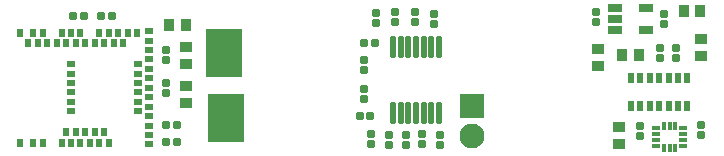
<source format=gts>
G04 Layer: TopSolderMaskLayer*
G04 EasyEDA Pro v2.2.45.4, 2026-01-24 23:10:09*
G04 Gerber Generator version 0.3*
G04 Scale: 100 percent, Rotated: No, Reflected: No*
G04 Dimensions in millimeters*
G04 Leading zeros omitted, absolute positions, 4 integers and 5 decimals*
G04 Generated by one-click*
%FSLAX45Y45*%
%MOMM*%
%AMRoundRect*1,1,$1,$2,$3*1,1,$1,$4,$5*1,1,$1,0-$2,0-$3*1,1,$1,0-$4,0-$5*20,1,$1,$2,$3,$4,$5,0*20,1,$1,$4,$5,0-$2,0-$3,0*20,1,$1,0-$2,0-$3,0-$4,0-$5,0*20,1,$1,0-$4,0-$5,$2,$3,0*4,1,4,$2,$3,$4,$5,0-$2,0-$3,0-$4,0-$5,$2,$3,0*%
%ADD10RoundRect,0.09131X-0.45514X-0.40514X-0.45514X0.40514*%
%ADD11RoundRect,0.09131X-0.40514X0.45514X0.40514X0.45514*%
%ADD12RoundRect,0.09691X-1.00234X-1.00234X-1.00234X1.00234*%
%ADD13C,2.1016*%
%ADD14RoundRect,0.09131X-0.40514X0.43715X0.40514X0.43715*%
%ADD15RoundRect,0.08184X-0.1841X-0.3841X-0.1841X0.3841*%
%ADD16RoundRect,0.07979X-0.31091X0.14591X0.31091X0.14591*%
%ADD17RoundRect,0.07979X-0.14591X0.31091X0.14591X0.31091*%
%ADD18RoundRect,0.0823X-0.20856X0.85855X0.20856X0.85855*%
%ADD19RoundRect,0.08449X-0.20856X0.85855X0.20856X0.85855*%
%ADD20RoundRect,0.08875X-0.55642X0.30643X0.55642X0.30643*%
%ADD21RoundRect,0.08335X-0.20834X0.30834X0.20834X0.30834*%
%ADD22RoundRect,0.08335X-0.20834X-0.30834X-0.20834X0.30834*%
%ADD23RoundRect,0.08335X-0.30834X-0.20834X-0.30834X0.20834*%
%ADD24RoundRect,0.08692X-0.27734X-0.25734X-0.27734X0.25734*%
%ADD25RoundRect,0.08692X-0.25734X0.27734X0.25734X0.27734*%
%ADD26RoundRect,0.08771X-0.28977X0.27695X0.28977X0.27695*%
%ADD27RoundRect,0.08771X-0.27695X-0.28977X-0.27695X0.28977*%
%ADD28RoundRect,0.09838X-1.50161X-2.00161X-1.50161X2.00161*%
G75*


G04 Pad Start*
G54D10*
G01X9664700Y3435198D03*
G01X9664700Y3575202D03*
G54D11*
G01X10534802Y3898900D03*
G01X10394798Y3898900D03*
G54D10*
G01X10541000Y3664102D03*
G01X10541000Y3524098D03*
G54D11*
G01X9874098Y3530600D03*
G01X10014102Y3530600D03*
G54D10*
G01X6178702Y3264205D03*
G01X6178702Y3124200D03*
G01X6178702Y3594100D03*
G01X6178702Y3454095D03*
G54D12*
G01X8597900Y3098800D03*
G54D13*
G01X8597900Y2844800D03*
G54D14*
G01X6178690Y3784600D03*
G01X6038710Y3784600D03*
G54D15*
G01X10425405Y3333102D03*
G01X10345395Y3333102D03*
G01X10265385Y3333102D03*
G01X10185400Y3333102D03*
G01X10105390Y3333102D03*
G01X10025380Y3333102D03*
G01X9945395Y3333102D03*
G01X10425379Y3093098D03*
G01X10345395Y3093098D03*
G01X10265385Y3093098D03*
G01X10185400Y3093098D03*
G01X10105390Y3093098D03*
G01X10025405Y3093098D03*
G01X9945395Y3093098D03*
G54D16*
G01X10391297Y2757107D03*
G01X10391297Y2807119D03*
G01X10391297Y2857106D03*
G01X10391297Y2907119D03*
G54D17*
G01X10324277Y2924101D03*
G01X10274290Y2924101D03*
G01X10224277Y2924101D03*
G54D16*
G01X10157303Y2907119D03*
G01X10157303Y2857106D03*
G01X10157303Y2807119D03*
G01X10157303Y2757107D03*
G54D17*
G01X10224277Y2740099D03*
G01X10274290Y2740099D03*
G01X10324277Y2740099D03*
G54D19*
G01X7933004Y3034690D03*
G01X7998003Y3034690D03*
G01X8063001Y3034690D03*
G01X8128000Y3034690D03*
G01X8192999Y3034690D03*
G01X8257997Y3034690D03*
G01X8322996Y3034690D03*
G01X8322996Y3594710D03*
G01X8257997Y3594710D03*
G01X8192999Y3594710D03*
G01X8128000Y3594710D03*
G01X8063001Y3594710D03*
G01X7998003Y3594710D03*
G01X7933004Y3594710D03*
G54D20*
G01X10074110Y3930396D03*
G01X10074110Y3740404D03*
G01X9814090Y3740404D03*
G01X9814090Y3835400D03*
G01X9814090Y3930396D03*
G54D21*
G01X4776292Y2786190D03*
G54D22*
G01X4886300Y2786190D03*
G01X4966310Y2786190D03*
G01X5126304Y2786190D03*
G01X5166309Y2876182D03*
G01X5206289Y2786190D03*
G01X5246294Y2876182D03*
G01X5286299Y2786190D03*
G01X5326304Y2876182D03*
G01X5366309Y2786190D03*
G01X5406314Y2876182D03*
G01X5446293Y2786190D03*
G01X5486298Y2876182D03*
G01X5526303Y2786190D03*
G54D23*
G01X5866308Y2771204D03*
G01X5866308Y2851188D03*
G01X5866308Y2931198D03*
G01X5866308Y3011183D03*
G01X5776290Y3051188D03*
G01X5866308Y3091193D03*
G01X5776290Y3131198D03*
G01X5866308Y3171203D03*
G01X5776290Y3211182D03*
G01X5866308Y3251187D03*
G01X5776290Y3291192D03*
G01X5866308Y3331197D03*
G01X5776290Y3371202D03*
G01X5866308Y3411207D03*
G01X5776290Y3451187D03*
G01X5866308Y3491192D03*
G01X5866308Y3571202D03*
G01X5866308Y3651187D03*
G01X5866308Y3731197D03*
G54D22*
G01X5766308Y3716185D03*
G01X5686298Y3716185D03*
G01X5646293Y3626193D03*
G01X5606313Y3716185D03*
G01X5566308Y3626193D03*
G01X5526303Y3716185D03*
G01X5486298Y3626193D03*
G01X5446293Y3716185D03*
G01X5406288Y3626193D03*
G01X5326304Y3626193D03*
G01X5286299Y3716185D03*
G01X5246294Y3626193D03*
G01X5206289Y3716185D03*
G01X5166284Y3626193D03*
G01X5126304Y3716185D03*
G01X5086299Y3626193D03*
G01X5006289Y3626193D03*
G01X4966310Y3716185D03*
G01X4926305Y3626193D03*
G01X4886300Y3716185D03*
G01X4846295Y3626193D03*
G01X4776292Y3716185D03*
G54D23*
G01X5206289Y3051188D03*
G01X5206314Y3131198D03*
G01X5206289Y3211182D03*
G01X5206314Y3291192D03*
G01X5206314Y3371202D03*
G01X5206289Y3451187D03*
G54D24*
G01X10537088Y2849677D03*
G01X10537088Y2933700D03*
G01X10020300Y2924912D03*
G01X10020300Y2840888D03*
G01X9652000Y3806088D03*
G01X9652000Y3890112D03*
G01X10223500Y3793388D03*
G01X10223500Y3877412D03*
G01X10192466Y3590430D03*
G01X10192466Y3506407D03*
G01X10332166Y3590430D03*
G01X10332166Y3506407D03*
G54D25*
G01X7738212Y3009900D03*
G01X7654188Y3009900D03*
G54D24*
G01X8039100Y2848712D03*
G01X8039100Y2764688D03*
G01X8280400Y3877412D03*
G01X8280400Y3793388D03*
G54D26*
G01X6014618Y2794000D03*
G01X6101182Y2794000D03*
G01X6014618Y2933700D03*
G01X6101182Y2933700D03*
G01X5549900Y3855618D03*
G01X5463337Y3855618D03*
G01X5227218Y3860800D03*
G01X5313782Y3860800D03*
G54D27*
G01X8178800Y2862682D03*
G01X8178800Y2776118D03*
G01X7747000Y2776118D03*
G01X7747000Y2862682D03*
G01X7899400Y2849982D03*
G01X7899400Y2763418D03*
G01X8331200Y2849982D03*
G01X8331200Y2763418D03*
G01X7787208Y3884474D03*
G01X7787208Y3797911D03*
G01X7683500Y3243682D03*
G01X7683500Y3157118D03*
G01X7683500Y3484982D03*
G01X7683500Y3398418D03*
G54D26*
G01X7777582Y3632200D03*
G01X7691018Y3632200D03*
G54D27*
G01X7950200Y3891382D03*
G01X7950200Y3804818D03*
G01X8115300Y3891382D03*
G01X8115300Y3804818D03*
G54D24*
G01X6007100Y3293212D03*
G01X6007100Y3209188D03*
G01X6011012Y3568700D03*
G01X6011012Y3484677D03*
G54D10*
G01X9842500Y2914802D03*
G01X9842500Y2774798D03*
G54D28*
G01X6501807Y3548846D03*
G01X6515100Y2997200D03*
G04 Pad End*

M02*


</source>
